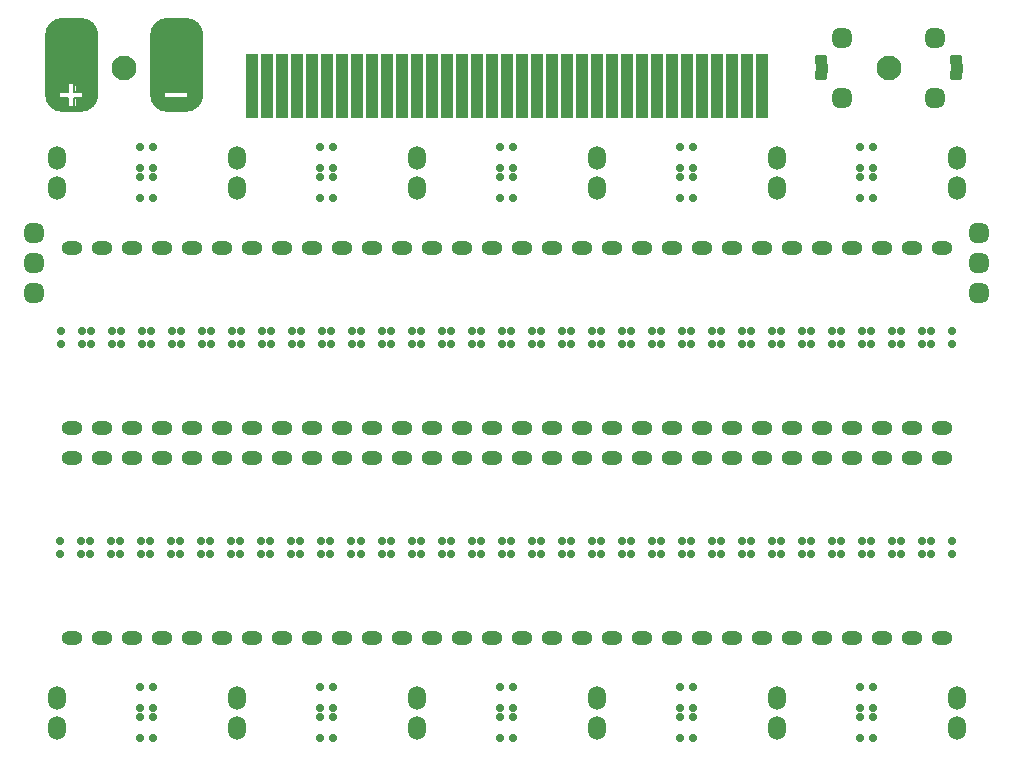
<source format=gts>
G04 #@! TF.GenerationSoftware,KiCad,Pcbnew,7.0.7*
G04 #@! TF.CreationDate,2024-02-09T16:10:55-08:00*
G04 #@! TF.ProjectId,JumperLuxRev2Breadboard,4a756d70-6572-44c7-9578-526576324272,rev?*
G04 #@! TF.SameCoordinates,Original*
G04 #@! TF.FileFunction,Soldermask,Top*
G04 #@! TF.FilePolarity,Negative*
%FSLAX46Y46*%
G04 Gerber Fmt 4.6, Leading zero omitted, Abs format (unit mm)*
G04 Created by KiCad (PCBNEW 7.0.7) date 2024-02-09 16:10:55*
%MOMM*%
%LPD*%
G01*
G04 APERTURE LIST*
G04 Aperture macros list*
%AMRoundRect*
0 Rectangle with rounded corners*
0 $1 Rounding radius*
0 $2 $3 $4 $5 $6 $7 $8 $9 X,Y pos of 4 corners*
0 Add a 4 corners polygon primitive as box body*
4,1,4,$2,$3,$4,$5,$6,$7,$8,$9,$2,$3,0*
0 Add four circle primitives for the rounded corners*
1,1,$1+$1,$2,$3*
1,1,$1+$1,$4,$5*
1,1,$1+$1,$6,$7*
1,1,$1+$1,$8,$9*
0 Add four rect primitives between the rounded corners*
20,1,$1+$1,$2,$3,$4,$5,0*
20,1,$1+$1,$4,$5,$6,$7,0*
20,1,$1+$1,$6,$7,$8,$9,0*
20,1,$1+$1,$8,$9,$2,$3,0*%
%AMFreePoly0*
4,1,22,0.508000,0.150000,1.300000,0.150000,1.375000,0.129904,1.429904,0.075000,1.450000,0.000000,1.429904,-0.075000,1.375000,-0.129904,1.300000,-0.150000,0.508000,-0.150000,0.508000,-0.508000,0.000000,-0.508000,-0.097202,-0.488665,-0.179605,-0.433605,-0.234665,-0.351202,-0.254000,-0.254000,-0.254000,0.254000,-0.234665,0.351202,-0.179605,0.433605,-0.097202,0.488665,0.000000,0.508000,
0.508000,0.508000,0.508000,0.150000,0.508000,0.150000,$1*%
%AMFreePoly1*
4,1,13,0.508000,-0.508000,0.000000,-0.508000,-0.097202,-0.488665,-0.179605,-0.433605,-0.234665,-0.351202,-0.254000,-0.254000,-0.254000,0.254000,-0.234665,0.351202,-0.179605,0.433605,-0.097202,0.488665,0.000000,0.508000,0.508000,0.508000,0.508000,-0.508000,0.508000,-0.508000,$1*%
G04 Aperture macros list end*
%ADD10C,0.012700*%
%ADD11C,0.300000*%
%ADD12C,0.200000*%
%ADD13C,0.120000*%
%ADD14C,0.010000*%
%ADD15RoundRect,0.150000X0.150000X0.200000X-0.150000X0.200000X-0.150000X-0.200000X0.150000X-0.200000X0*%
%ADD16RoundRect,0.150000X-0.200000X0.150000X-0.200000X-0.150000X0.200000X-0.150000X0.200000X0.150000X0*%
%ADD17RoundRect,0.595000X0.255000X-0.255000X0.255000X0.255000X-0.255000X0.255000X-0.255000X-0.255000X0*%
%ADD18FreePoly0,90.000000*%
%ADD19FreePoly1,270.000000*%
%ADD20C,4.000000*%
%ADD21RoundRect,0.595000X-0.255000X-0.255000X0.255000X-0.255000X0.255000X0.255000X-0.255000X0.255000X0*%
%ADD22FreePoly0,270.000000*%
%ADD23FreePoly1,90.000000*%
%ADD24RoundRect,0.100000X-0.400000X-2.650000X0.400000X-2.650000X0.400000X2.650000X-0.400000X2.650000X0*%
%ADD25C,2.100000*%
%ADD26O,1.800000X1.200000*%
%ADD27O,1.500000X2.000000*%
G04 APERTURE END LIST*
D10*
G04 #@! TO.C,JP1*
X129679700Y-128600200D02*
X130619500Y-128600200D01*
X130619500Y-128600200D02*
X130619500Y-127939800D01*
X130619500Y-127939800D02*
X129679700Y-127939800D01*
X129679700Y-127939800D02*
X129679700Y-128600200D01*
G36*
X129679700Y-128600200D02*
G01*
X130619500Y-128600200D01*
X130619500Y-127939800D01*
X129679700Y-127939800D01*
X129679700Y-128600200D01*
G37*
D11*
G04 #@! TO.C,TP24*
X64593587Y-125476000D02*
X64593587Y-130556000D01*
D12*
X65609586Y-130302000D02*
X65609586Y-130810000D01*
X65609586Y-130810000D02*
X66371586Y-130810000D01*
D11*
X65863587Y-124206000D02*
X67486414Y-124206000D01*
D12*
X66371586Y-129540000D02*
X66371586Y-130302000D01*
X66371586Y-130302000D02*
X65711186Y-130302000D01*
X66371586Y-130810000D02*
X66371586Y-131572000D01*
X66371586Y-131572000D02*
X66879586Y-131572000D01*
X66879586Y-129540000D02*
X66371586Y-129540000D01*
X66879586Y-129540000D02*
X66879586Y-130302000D01*
X66879586Y-130302000D02*
X67641586Y-130302000D01*
X66879586Y-130810000D02*
X67641586Y-130810000D01*
X66879586Y-131572000D02*
X66879586Y-130810000D01*
D11*
X67486414Y-131826000D02*
X65863587Y-131826000D01*
D12*
X67641586Y-130302000D02*
X67641586Y-130810000D01*
D11*
X68756414Y-125476000D02*
X68756414Y-130556000D01*
X65863587Y-124206000D02*
G75*
G03*
X64593587Y-125476000I-1J-1269999D01*
G01*
X64593587Y-130556000D02*
G75*
G03*
X65863587Y-131826000I1269999J-1D01*
G01*
X68756416Y-125476000D02*
G75*
G03*
X67486414Y-124206000I-1270000J0D01*
G01*
X67486414Y-131826000D02*
G75*
G03*
X68756414Y-130556000I-2J1270002D01*
G01*
D13*
X66244586Y-130175000D02*
X65736586Y-130175000D01*
X66244586Y-129667000D01*
X66244586Y-130175000D01*
G36*
X66244586Y-130175000D02*
G01*
X65736586Y-130175000D01*
X66244586Y-129667000D01*
X66244586Y-130175000D01*
G37*
X66244586Y-131445000D02*
X65736586Y-130937000D01*
X66244586Y-130937000D01*
X66244586Y-131445000D01*
G36*
X66244586Y-131445000D02*
G01*
X65736586Y-130937000D01*
X66244586Y-130937000D01*
X66244586Y-131445000D01*
G37*
X67514586Y-130175000D02*
X67006586Y-130175000D01*
X67006586Y-129794000D01*
X67514586Y-130175000D01*
G36*
X67514586Y-130175000D02*
G01*
X67006586Y-130175000D01*
X67006586Y-129794000D01*
X67514586Y-130175000D01*
G37*
X67006586Y-131445000D02*
X67006586Y-130937000D01*
X67641586Y-130937000D01*
X67006586Y-131445000D01*
G36*
X67006586Y-131445000D02*
G01*
X67006586Y-130937000D01*
X67641586Y-130937000D01*
X67006586Y-131445000D01*
G37*
X67641586Y-130302000D02*
X67514586Y-130175000D01*
X67641586Y-130048000D01*
X67641586Y-130302000D01*
G36*
X67641586Y-130302000D02*
G01*
X67514586Y-130175000D01*
X67641586Y-130048000D01*
X67641586Y-130302000D01*
G37*
D14*
X66879586Y-124714000D02*
X66117586Y-124714000D01*
X65101586Y-125730000D01*
X65101586Y-127254000D01*
X66117586Y-128270000D01*
X66879586Y-128270000D01*
X66879586Y-129540000D01*
X66470414Y-129540000D01*
X65609586Y-130302000D01*
X65609586Y-130810000D01*
X66371585Y-131572000D01*
X66879586Y-131572000D01*
X66879586Y-131826000D01*
X65863586Y-131826000D01*
X64965560Y-131454026D01*
X64593586Y-130556000D01*
X64593586Y-125476000D01*
X64965560Y-124577974D01*
X65863586Y-124206000D01*
X66879586Y-124206000D01*
X66879586Y-124714000D01*
G36*
X66879586Y-124714000D02*
G01*
X66117586Y-124714000D01*
X65101586Y-125730000D01*
X65101586Y-127254000D01*
X66117586Y-128270000D01*
X66879586Y-128270000D01*
X66879586Y-129540000D01*
X66470414Y-129540000D01*
X65609586Y-130302000D01*
X65609586Y-130810000D01*
X66371585Y-131572000D01*
X66879586Y-131572000D01*
X66879586Y-131826000D01*
X65863586Y-131826000D01*
X64965560Y-131454026D01*
X64593586Y-130556000D01*
X64593586Y-125476000D01*
X64965560Y-124577974D01*
X65863586Y-124206000D01*
X66879586Y-124206000D01*
X66879586Y-124714000D01*
G37*
X68384440Y-124577974D02*
X68756414Y-125476000D01*
X68756414Y-130556000D01*
X68384440Y-131454026D01*
X67486414Y-131826000D01*
X66470414Y-131826000D01*
X66470414Y-131572000D01*
X66879586Y-131572000D01*
X67740414Y-130810000D01*
X67740414Y-130302000D01*
X66724414Y-129540000D01*
X66470414Y-129540000D01*
X66470414Y-128270000D01*
X67232414Y-128270000D01*
X68248414Y-127254000D01*
X68248414Y-125730000D01*
X67232414Y-124714000D01*
X66470414Y-124714000D01*
X66470414Y-124206000D01*
X67486414Y-124206000D01*
X68384440Y-124577974D01*
G36*
X68384440Y-124577974D02*
G01*
X68756414Y-125476000D01*
X68756414Y-130556000D01*
X68384440Y-131454026D01*
X67486414Y-131826000D01*
X66470414Y-131826000D01*
X66470414Y-131572000D01*
X66879586Y-131572000D01*
X67740414Y-130810000D01*
X67740414Y-130302000D01*
X66724414Y-129540000D01*
X66470414Y-129540000D01*
X66470414Y-128270000D01*
X67232414Y-128270000D01*
X68248414Y-127254000D01*
X68248414Y-125730000D01*
X67232414Y-124714000D01*
X66470414Y-124714000D01*
X66470414Y-124206000D01*
X67486414Y-124206000D01*
X68384440Y-124577974D01*
G37*
D10*
G04 #@! TO.C,JP2*
X142049500Y-127939800D02*
X141109700Y-127939800D01*
X141109700Y-127939800D02*
X141109700Y-128600200D01*
X141109700Y-128600200D02*
X142049500Y-128600200D01*
X142049500Y-128600200D02*
X142049500Y-127939800D01*
G36*
X142049500Y-127939800D02*
G01*
X141109700Y-127939800D01*
X141109700Y-128600200D01*
X142049500Y-128600200D01*
X142049500Y-127939800D01*
G37*
D11*
G04 #@! TO.C,TP26*
X73483587Y-125476000D02*
X73483587Y-130556000D01*
D12*
X74499586Y-130302000D02*
X74499586Y-130810000D01*
X74499586Y-130810000D02*
X75515587Y-130810000D01*
D11*
X74753587Y-124206000D02*
X76376414Y-124206000D01*
D12*
X75261586Y-129540000D02*
X75261586Y-130302000D01*
X75261586Y-130810000D02*
X75261586Y-131572000D01*
X75261586Y-130810000D02*
X75769586Y-130810000D01*
X75515587Y-130302000D02*
X74601186Y-130302000D01*
X75769586Y-129540000D02*
X75769586Y-130302000D01*
X75769586Y-130302000D02*
X75261586Y-130302000D01*
X75769586Y-130302000D02*
X76531586Y-130302000D01*
X75769586Y-130810000D02*
X76531586Y-130810000D01*
X75769586Y-131572000D02*
X75769586Y-130810000D01*
D11*
X76376414Y-131826000D02*
X74753587Y-131826000D01*
D12*
X76531586Y-130302000D02*
X76531586Y-130810000D01*
D11*
X77646414Y-125476000D02*
X77646414Y-130556000D01*
X74753587Y-124206000D02*
G75*
G03*
X73483587Y-125476000I-1J-1269999D01*
G01*
X73483587Y-130556000D02*
G75*
G03*
X74753587Y-131826000I1269999J-1D01*
G01*
X77646416Y-125476000D02*
G75*
G03*
X76376414Y-124206000I-1270000J0D01*
G01*
X76376414Y-131826000D02*
G75*
G03*
X77646414Y-130556000I-2J1270002D01*
G01*
D14*
X75769587Y-124714000D02*
X75007587Y-124714000D01*
X73991587Y-125730000D01*
X73991587Y-127254000D01*
X75007587Y-128270000D01*
X75769587Y-128270000D01*
X75769587Y-130302000D01*
X75515587Y-130302000D01*
X74499587Y-130302000D01*
X74499587Y-130810000D01*
X75515587Y-130810000D01*
X75769587Y-130810000D01*
X75769587Y-131826000D01*
X74753587Y-131826000D01*
X73855561Y-131454026D01*
X73483587Y-130556000D01*
X73483587Y-125476000D01*
X73855561Y-124577974D01*
X74753587Y-124206000D01*
X75769587Y-124206000D01*
X75769587Y-124714000D01*
G36*
X75769587Y-124714000D02*
G01*
X75007587Y-124714000D01*
X73991587Y-125730000D01*
X73991587Y-127254000D01*
X75007587Y-128270000D01*
X75769587Y-128270000D01*
X75769587Y-130302000D01*
X75515587Y-130302000D01*
X74499587Y-130302000D01*
X74499587Y-130810000D01*
X75515587Y-130810000D01*
X75769587Y-130810000D01*
X75769587Y-131826000D01*
X74753587Y-131826000D01*
X73855561Y-131454026D01*
X73483587Y-130556000D01*
X73483587Y-125476000D01*
X73855561Y-124577974D01*
X74753587Y-124206000D01*
X75769587Y-124206000D01*
X75769587Y-124714000D01*
G37*
X77274440Y-124577974D02*
X77646414Y-125476000D01*
X77646414Y-130556000D01*
X77274440Y-131454026D01*
X76376414Y-131826000D01*
X75360414Y-131826000D01*
X75360414Y-130810000D01*
X75614414Y-130810000D01*
X76630414Y-130810000D01*
X76630414Y-130302000D01*
X75614414Y-130302000D01*
X75360414Y-130302000D01*
X75360414Y-128270000D01*
X76122414Y-128270000D01*
X77138414Y-127254000D01*
X77138414Y-125730000D01*
X76122414Y-124714000D01*
X75360414Y-124714000D01*
X75360414Y-124206000D01*
X76376414Y-124206000D01*
X77274440Y-124577974D01*
G36*
X77274440Y-124577974D02*
G01*
X77646414Y-125476000D01*
X77646414Y-130556000D01*
X77274440Y-131454026D01*
X76376414Y-131826000D01*
X75360414Y-131826000D01*
X75360414Y-130810000D01*
X75614414Y-130810000D01*
X76630414Y-130810000D01*
X76630414Y-130302000D01*
X75614414Y-130302000D01*
X75360414Y-130302000D01*
X75360414Y-128270000D01*
X76122414Y-128270000D01*
X77138414Y-127254000D01*
X77138414Y-125730000D01*
X76122414Y-124714000D01*
X75360414Y-124714000D01*
X75360414Y-124206000D01*
X76376414Y-124206000D01*
X77274440Y-124577974D01*
G37*
G04 #@! TD*
D15*
G04 #@! TO.C,D45*
X103082000Y-169460600D03*
X103082000Y-168360600D03*
X101304000Y-168360600D03*
X101304000Y-169460600D03*
G04 #@! TD*
D16*
G04 #@! TO.C,D71*
X134535000Y-183261000D03*
X133435000Y-183261000D03*
X133435000Y-185039000D03*
X134535000Y-185039000D03*
G04 #@! TD*
G04 #@! TO.C,D89*
X134535000Y-135001000D03*
X133435000Y-135001000D03*
X133435000Y-136779000D03*
X134535000Y-136779000D03*
G04 #@! TD*
D15*
G04 #@! TO.C,D32*
X70045400Y-169458800D03*
X70045400Y-168358800D03*
X68267400Y-168358800D03*
X68267400Y-169458800D03*
G04 #@! TD*
D16*
G04 #@! TO.C,D77*
X88815000Y-180721000D03*
X87715000Y-180721000D03*
X87715000Y-182499000D03*
X88815000Y-182499000D03*
G04 #@! TD*
D17*
G04 #@! TO.C,TP25*
X131927600Y-125730000D03*
G04 #@! TD*
D15*
G04 #@! TO.C,D40*
X90365400Y-169458800D03*
X90365400Y-168358800D03*
X88587400Y-168358800D03*
X88587400Y-169458800D03*
G04 #@! TD*
D16*
G04 #@! TO.C,D83*
X88815000Y-137541000D03*
X87715000Y-137541000D03*
X87715000Y-139319000D03*
X88815000Y-139319000D03*
G04 #@! TD*
D18*
G04 #@! TO.C,JP1*
X130149600Y-129082800D03*
D19*
X130149600Y-127457200D03*
G04 #@! TD*
D15*
G04 #@! TO.C,D44*
X100542000Y-169460600D03*
X100542000Y-168360600D03*
X98764000Y-168360600D03*
X98764000Y-169460600D03*
G04 #@! TD*
D16*
G04 #@! TO.C,D84*
X88815000Y-135001000D03*
X87715000Y-135001000D03*
X87715000Y-136779000D03*
X88815000Y-136779000D03*
G04 #@! TD*
D20*
G04 #@! TO.C,TP24*
X66625586Y-126492000D03*
G04 #@! TD*
D15*
G04 #@! TO.C,D56*
X131046400Y-169459400D03*
X131046400Y-168359400D03*
X129268400Y-168359400D03*
X129268400Y-169459400D03*
G04 #@! TD*
G04 #@! TO.C,D13*
X98051800Y-151680600D03*
X98051800Y-150580600D03*
X96273800Y-150580600D03*
X96273800Y-151680600D03*
G04 #@! TD*
G04 #@! TO.C,D27*
X133619600Y-151679400D03*
X133619600Y-150579400D03*
X131841600Y-150579400D03*
X131841600Y-151679400D03*
G04 #@! TD*
G04 #@! TO.C,D4*
X75175200Y-151680000D03*
X75175200Y-150580000D03*
X73397200Y-150580000D03*
X73397200Y-151680000D03*
G04 #@! TD*
G04 #@! TO.C,D2*
X70095200Y-151680000D03*
X70095200Y-150580000D03*
X68317200Y-150580000D03*
X68317200Y-151680000D03*
G04 #@! TD*
G04 #@! TO.C,D16*
X105671800Y-151680600D03*
X105671800Y-150580600D03*
X103893800Y-150580600D03*
X103893800Y-151680600D03*
G04 #@! TD*
G04 #@! TO.C,D55*
X128506400Y-169459400D03*
X128506400Y-168359400D03*
X126728400Y-168359400D03*
X126728400Y-169459400D03*
G04 #@! TD*
D16*
G04 #@! TO.C,D82*
X73575000Y-137541000D03*
X72475000Y-137541000D03*
X72475000Y-139319000D03*
X73575000Y-139319000D03*
G04 #@! TD*
G04 #@! TO.C,D78*
X88815000Y-183261000D03*
X87715000Y-183261000D03*
X87715000Y-185039000D03*
X88815000Y-185039000D03*
G04 #@! TD*
G04 #@! TO.C,D86*
X104055000Y-137541000D03*
X102955000Y-137541000D03*
X102955000Y-139319000D03*
X104055000Y-139319000D03*
G04 #@! TD*
G04 #@! TO.C,D76*
X104055000Y-180721000D03*
X102955000Y-180721000D03*
X102955000Y-182499000D03*
X104055000Y-182499000D03*
G04 #@! TD*
D15*
G04 #@! TO.C,D54*
X125966400Y-169459400D03*
X125966400Y-168359400D03*
X124188400Y-168359400D03*
X124188400Y-169459400D03*
G04 #@! TD*
G04 #@! TO.C,D31*
X67497600Y-169458800D03*
X67497600Y-168358800D03*
X65719600Y-168358800D03*
X65719600Y-169458800D03*
G04 #@! TD*
G04 #@! TO.C,D23*
X123459600Y-151679400D03*
X123459600Y-150579400D03*
X121681600Y-150579400D03*
X121681600Y-151679400D03*
G04 #@! TD*
G04 #@! TO.C,D38*
X85285400Y-169458800D03*
X85285400Y-168358800D03*
X83507400Y-168358800D03*
X83507400Y-169458800D03*
G04 #@! TD*
D21*
G04 #@! TO.C,TP16*
X63500000Y-144780000D03*
G04 #@! TD*
D15*
G04 #@! TO.C,D43*
X98002000Y-169460600D03*
X98002000Y-168360600D03*
X96224000Y-168360600D03*
X96224000Y-169460600D03*
G04 #@! TD*
D16*
G04 #@! TO.C,D90*
X134535000Y-137541000D03*
X133435000Y-137541000D03*
X133435000Y-139319000D03*
X134535000Y-139319000D03*
G04 #@! TD*
D15*
G04 #@! TO.C,D29*
X138699600Y-151679400D03*
X138699600Y-150579400D03*
X136921600Y-150579400D03*
X136921600Y-151679400D03*
G04 #@! TD*
D16*
G04 #@! TO.C,D80*
X73574400Y-180721000D03*
X72474400Y-180721000D03*
X72474400Y-182499000D03*
X73574400Y-182499000D03*
G04 #@! TD*
D22*
G04 #@! TO.C,JP2*
X141579600Y-127457200D03*
D23*
X141579600Y-129082800D03*
G04 #@! TD*
D15*
G04 #@! TO.C,D34*
X75125400Y-169458800D03*
X75125400Y-168358800D03*
X73347400Y-168358800D03*
X73347400Y-169458800D03*
G04 #@! TD*
G04 #@! TO.C,D37*
X82745400Y-169458800D03*
X82745400Y-168358800D03*
X80967400Y-168358800D03*
X80967400Y-169458800D03*
G04 #@! TD*
D24*
G04 #@! TO.C,J1*
X85725000Y-129794000D03*
X86995000Y-129794000D03*
X88265000Y-129794000D03*
X89535000Y-129794000D03*
X90805000Y-129794000D03*
X92075000Y-129794000D03*
X93345000Y-129794000D03*
X94615000Y-129794000D03*
X95885000Y-129794000D03*
X97155000Y-129794000D03*
X98425000Y-129794000D03*
X99695000Y-129794000D03*
X100965000Y-129794000D03*
X102235000Y-129794000D03*
X103505000Y-129794000D03*
X104775000Y-129794000D03*
X106045000Y-129794000D03*
X107315000Y-129794000D03*
X108585000Y-129794000D03*
X109855000Y-129794000D03*
X111125000Y-129794000D03*
X112395000Y-129794000D03*
X113665000Y-129794000D03*
X114935000Y-129794000D03*
X116205000Y-129794000D03*
X117475000Y-129794000D03*
X118745000Y-129794000D03*
X120015000Y-129794000D03*
X121285000Y-129794000D03*
X122555000Y-129794000D03*
X123825000Y-129794000D03*
X125095000Y-129794000D03*
X81915000Y-129794000D03*
X83185000Y-129794000D03*
X84455000Y-129794000D03*
G04 #@! TD*
D20*
G04 #@! TO.C,TP26*
X75515586Y-126492000D03*
G04 #@! TD*
D16*
G04 #@! TO.C,D87*
X119295000Y-137541000D03*
X118195000Y-137541000D03*
X118195000Y-139319000D03*
X119295000Y-139319000D03*
G04 #@! TD*
D17*
G04 #@! TO.C,TP31*
X139801600Y-130810000D03*
G04 #@! TD*
D15*
G04 #@! TO.C,D14*
X100591800Y-151680600D03*
X100591800Y-150580600D03*
X98813800Y-150580600D03*
X98813800Y-151680600D03*
G04 #@! TD*
D16*
G04 #@! TO.C,D85*
X104055000Y-135001000D03*
X102955000Y-135001000D03*
X102955000Y-136779000D03*
X104055000Y-136779000D03*
G04 #@! TD*
D21*
G04 #@! TO.C,TP21*
X63500000Y-147320000D03*
G04 #@! TD*
D15*
G04 #@! TO.C,D11*
X92964000Y-151680600D03*
X92964000Y-150580600D03*
X91186000Y-150580600D03*
X91186000Y-151680600D03*
G04 #@! TD*
G04 #@! TO.C,D20*
X115831800Y-151680600D03*
X115831800Y-150580600D03*
X114053800Y-150580600D03*
X114053800Y-151680600D03*
G04 #@! TD*
G04 #@! TO.C,D26*
X131079600Y-151679400D03*
X131079600Y-150579400D03*
X129301600Y-150579400D03*
X129301600Y-151679400D03*
G04 #@! TD*
D17*
G04 #@! TO.C,TP27*
X139801600Y-125730000D03*
G04 #@! TD*
D15*
G04 #@! TO.C,D15*
X103131800Y-151680600D03*
X103131800Y-150580600D03*
X101353800Y-150580600D03*
X101353800Y-151680600D03*
G04 #@! TD*
D16*
G04 #@! TO.C,D88*
X119295000Y-135001000D03*
X118195000Y-135001000D03*
X118195000Y-136779000D03*
X119295000Y-136779000D03*
G04 #@! TD*
D15*
G04 #@! TO.C,D60*
X141206400Y-169459400D03*
X141206400Y-168359400D03*
X139428400Y-168359400D03*
X139428400Y-169459400D03*
G04 #@! TD*
G04 #@! TO.C,D17*
X108211800Y-151680600D03*
X108211800Y-150580600D03*
X106433800Y-150580600D03*
X106433800Y-151680600D03*
G04 #@! TD*
G04 #@! TO.C,D48*
X110702000Y-169460600D03*
X110702000Y-168360600D03*
X108924000Y-168360600D03*
X108924000Y-169460600D03*
G04 #@! TD*
G04 #@! TO.C,D19*
X113291800Y-151680600D03*
X113291800Y-150580600D03*
X111513800Y-150580600D03*
X111513800Y-151680600D03*
G04 #@! TD*
D16*
G04 #@! TO.C,D79*
X73575000Y-183261000D03*
X72475000Y-183261000D03*
X72475000Y-185039000D03*
X73575000Y-185039000D03*
G04 #@! TD*
D15*
G04 #@! TO.C,D39*
X87825400Y-169458800D03*
X87825400Y-168358800D03*
X86047400Y-168358800D03*
X86047400Y-169458800D03*
G04 #@! TD*
G04 #@! TO.C,D53*
X123426400Y-169459400D03*
X123426400Y-168359400D03*
X121648400Y-168359400D03*
X121648400Y-169459400D03*
G04 #@! TD*
G04 #@! TO.C,D46*
X105622000Y-169460600D03*
X105622000Y-168360600D03*
X103844000Y-168360600D03*
X103844000Y-169460600D03*
G04 #@! TD*
G04 #@! TO.C,D36*
X80205400Y-169458800D03*
X80205400Y-168358800D03*
X78427400Y-168358800D03*
X78427400Y-169458800D03*
G04 #@! TD*
G04 #@! TO.C,D28*
X136159600Y-151679400D03*
X136159600Y-150579400D03*
X134381600Y-150579400D03*
X134381600Y-151679400D03*
G04 #@! TD*
G04 #@! TO.C,D33*
X72585400Y-169458800D03*
X72585400Y-168358800D03*
X70807400Y-168358800D03*
X70807400Y-169458800D03*
G04 #@! TD*
G04 #@! TO.C,D50*
X115789800Y-169460600D03*
X115789800Y-168360600D03*
X114011800Y-168360600D03*
X114011800Y-169460600D03*
G04 #@! TD*
G04 #@! TO.C,D25*
X128539600Y-151679400D03*
X128539600Y-150579400D03*
X126761600Y-150579400D03*
X126761600Y-151679400D03*
G04 #@! TD*
G04 #@! TO.C,D52*
X120886400Y-169459400D03*
X120886400Y-168359400D03*
X119108400Y-168359400D03*
X119108400Y-169459400D03*
G04 #@! TD*
G04 #@! TO.C,D7*
X82795200Y-151680000D03*
X82795200Y-150580000D03*
X81017200Y-150580000D03*
X81017200Y-151680000D03*
G04 #@! TD*
G04 #@! TO.C,D58*
X136126400Y-169459400D03*
X136126400Y-168359400D03*
X134348400Y-168359400D03*
X134348400Y-169459400D03*
G04 #@! TD*
D25*
G04 #@! TO.C,REF\u002A\u002A*
X135864600Y-128270000D03*
G04 #@! TD*
D21*
G04 #@! TO.C,TP23*
X143510000Y-142240000D03*
G04 #@! TD*
D15*
G04 #@! TO.C,D18*
X110751800Y-151680600D03*
X110751800Y-150580600D03*
X108973800Y-150580600D03*
X108973800Y-151680600D03*
G04 #@! TD*
D16*
G04 #@! TO.C,D73*
X119295000Y-180721000D03*
X118195000Y-180721000D03*
X118195000Y-182499000D03*
X119295000Y-182499000D03*
G04 #@! TD*
D15*
G04 #@! TO.C,D30*
X141239600Y-151679400D03*
X141239600Y-150579400D03*
X139461600Y-150579400D03*
X139461600Y-151679400D03*
G04 #@! TD*
G04 #@! TO.C,D3*
X72635200Y-151680000D03*
X72635200Y-150580000D03*
X70857200Y-150580000D03*
X70857200Y-151680000D03*
G04 #@! TD*
G04 #@! TO.C,D9*
X87875200Y-151680000D03*
X87875200Y-150580000D03*
X86097200Y-150580000D03*
X86097200Y-151680000D03*
G04 #@! TD*
G04 #@! TO.C,D12*
X95511800Y-151680600D03*
X95511800Y-150580600D03*
X93733800Y-150580600D03*
X93733800Y-151680600D03*
G04 #@! TD*
D16*
G04 #@! TO.C,D81*
X73575000Y-135001000D03*
X72475000Y-135001000D03*
X72475000Y-136779000D03*
X73575000Y-136779000D03*
G04 #@! TD*
D15*
G04 #@! TO.C,D21*
X118371800Y-151679400D03*
X118371800Y-150579400D03*
X116593800Y-150579400D03*
X116593800Y-151679400D03*
G04 #@! TD*
G04 #@! TO.C,D51*
X118338600Y-169459400D03*
X118338600Y-168359400D03*
X116560600Y-168359400D03*
X116560600Y-169459400D03*
G04 #@! TD*
G04 #@! TO.C,D1*
X67555200Y-151680000D03*
X67555200Y-150580000D03*
X65777200Y-150580000D03*
X65777200Y-151680000D03*
G04 #@! TD*
G04 #@! TO.C,D59*
X138666400Y-169459400D03*
X138666400Y-168359400D03*
X136888400Y-168359400D03*
X136888400Y-169459400D03*
G04 #@! TD*
D17*
G04 #@! TO.C,TP29*
X131927600Y-130810000D03*
G04 #@! TD*
D26*
G04 #@! TO.C,J11*
X66675000Y-143510000D03*
X66675000Y-158750000D03*
X69215000Y-143510000D03*
X69215000Y-158750000D03*
X71755000Y-143510000D03*
X71755000Y-158750000D03*
X74295000Y-143510000D03*
X74295000Y-158750000D03*
X76835000Y-143510000D03*
X76835000Y-158750000D03*
X79375000Y-143510000D03*
X79375000Y-158750000D03*
X81915000Y-143510000D03*
X81915000Y-158750000D03*
X84455000Y-143510000D03*
X84455000Y-158750000D03*
X86995000Y-143510000D03*
X86995000Y-158750000D03*
X89535000Y-143510000D03*
X89535000Y-158750000D03*
X92075000Y-143510000D03*
X92075000Y-158750000D03*
X94615000Y-143510000D03*
X94615000Y-158750000D03*
X97155000Y-143510000D03*
X97155000Y-158750000D03*
X99695000Y-143510000D03*
X99695000Y-158750000D03*
X102235000Y-143510000D03*
X102235000Y-158750000D03*
X104775000Y-143510000D03*
X104775000Y-158750000D03*
X107315000Y-143510000D03*
X107315000Y-158750000D03*
X109855000Y-143510000D03*
X109855000Y-158750000D03*
X112395000Y-143510000D03*
X112395000Y-158750000D03*
X114935000Y-143510000D03*
X114935000Y-158750000D03*
X117475000Y-143510000D03*
X117475000Y-158750000D03*
X120015000Y-143510000D03*
X120015000Y-158750000D03*
X122555000Y-143510000D03*
X122555000Y-158750000D03*
X125095000Y-143510000D03*
X125095000Y-158750000D03*
X127635000Y-143510000D03*
X127635000Y-158750000D03*
X130175000Y-143510000D03*
X130175000Y-158750000D03*
X132715000Y-143510000D03*
X132715000Y-158750000D03*
X135255000Y-143510000D03*
X135255000Y-158750000D03*
X137795000Y-143510000D03*
X137795000Y-158750000D03*
X140335000Y-143510000D03*
X140335000Y-158750000D03*
X66675000Y-161290000D03*
X66675000Y-176530000D03*
X69215000Y-161290000D03*
X69215000Y-176530000D03*
X71755000Y-161290000D03*
X71755000Y-176530000D03*
X74295000Y-161290000D03*
X74295000Y-176530000D03*
X76835000Y-161290000D03*
X76835000Y-176530000D03*
X79375000Y-161290000D03*
X79375000Y-176530000D03*
X81915000Y-161290000D03*
X81915000Y-176530000D03*
X84455000Y-161290000D03*
X84455000Y-176530000D03*
X86995000Y-161290000D03*
X86995000Y-176530000D03*
X89535000Y-161290000D03*
X89535000Y-176530000D03*
X92075000Y-161290000D03*
X92075000Y-176530000D03*
X94615000Y-161290000D03*
X94615000Y-176530000D03*
X97155000Y-161290000D03*
X97155000Y-176530000D03*
X99695000Y-161290000D03*
X99695000Y-176530000D03*
X102235000Y-161290000D03*
X102235000Y-176530000D03*
X104775000Y-161290000D03*
X104775000Y-176530000D03*
X107315000Y-161290000D03*
X107315000Y-176530000D03*
X109855000Y-161290000D03*
X109855000Y-176530000D03*
X112395000Y-161290000D03*
X112395000Y-176530000D03*
X114935000Y-161290000D03*
X114935000Y-176530000D03*
X117475000Y-161290000D03*
X117475000Y-176530000D03*
X120015000Y-161290000D03*
X120015000Y-176530000D03*
X122555000Y-161290000D03*
X122555000Y-176530000D03*
X125095000Y-161290000D03*
X125095000Y-176530000D03*
X127635000Y-161290000D03*
X127635000Y-176530000D03*
X130175000Y-161290000D03*
X130175000Y-176530000D03*
X132715000Y-161290000D03*
X132715000Y-176530000D03*
X135255000Y-161290000D03*
X135255000Y-176530000D03*
X137795000Y-161290000D03*
X137795000Y-176530000D03*
X140335000Y-161290000D03*
X140335000Y-176530000D03*
D27*
X65405000Y-135890000D03*
X80645000Y-135890000D03*
X95885000Y-135890000D03*
X111125000Y-135890000D03*
X126365000Y-135890000D03*
X141605000Y-135890000D03*
X65405000Y-138430000D03*
X80645000Y-138430000D03*
X95885000Y-138430000D03*
X111125000Y-138430000D03*
X126365000Y-138430000D03*
X141605000Y-138430000D03*
X65405000Y-181610000D03*
X80645000Y-181610000D03*
X95885000Y-181622700D03*
X111125000Y-181610000D03*
X126365000Y-181610000D03*
X141605000Y-181610000D03*
X65405000Y-184150000D03*
X80645000Y-184150000D03*
X95885000Y-184150000D03*
X111125000Y-184150000D03*
X126365000Y-184150000D03*
X141605000Y-184150000D03*
G04 #@! TD*
D15*
G04 #@! TO.C,D8*
X85335200Y-151680000D03*
X85335200Y-150580000D03*
X83557200Y-150580000D03*
X83557200Y-151680000D03*
G04 #@! TD*
D21*
G04 #@! TO.C,TP22*
X143510000Y-147320000D03*
G04 #@! TD*
D15*
G04 #@! TO.C,D35*
X77665400Y-169458800D03*
X77665400Y-168358800D03*
X75887400Y-168358800D03*
X75887400Y-169458800D03*
G04 #@! TD*
G04 #@! TO.C,D10*
X90415200Y-151680000D03*
X90415200Y-150580000D03*
X88637200Y-150580000D03*
X88637200Y-151680000D03*
G04 #@! TD*
G04 #@! TO.C,D47*
X108162000Y-169460600D03*
X108162000Y-168360600D03*
X106384000Y-168360600D03*
X106384000Y-169460600D03*
G04 #@! TD*
D21*
G04 #@! TO.C,TP15*
X143510000Y-144780000D03*
G04 #@! TD*
D16*
G04 #@! TO.C,D72*
X134535000Y-180721000D03*
X133435000Y-180721000D03*
X133435000Y-182499000D03*
X134535000Y-182499000D03*
G04 #@! TD*
D15*
G04 #@! TO.C,D24*
X125999600Y-151679400D03*
X125999600Y-150579400D03*
X124221600Y-150579400D03*
X124221600Y-151679400D03*
G04 #@! TD*
D16*
G04 #@! TO.C,D74*
X119295000Y-183261000D03*
X118195000Y-183261000D03*
X118195000Y-185039000D03*
X119295000Y-185039000D03*
G04 #@! TD*
D15*
G04 #@! TO.C,D57*
X133586400Y-169459400D03*
X133586400Y-168359400D03*
X131808400Y-168359400D03*
X131808400Y-169459400D03*
G04 #@! TD*
G04 #@! TO.C,D41*
X92913200Y-169459400D03*
X92913200Y-168359400D03*
X91135200Y-168359400D03*
X91135200Y-169459400D03*
G04 #@! TD*
G04 #@! TO.C,D22*
X120919600Y-151679400D03*
X120919600Y-150579400D03*
X119141600Y-150579400D03*
X119141600Y-151679400D03*
G04 #@! TD*
D16*
G04 #@! TO.C,D75*
X104055000Y-183261000D03*
X102955000Y-183261000D03*
X102955000Y-185039000D03*
X104055000Y-185039000D03*
G04 #@! TD*
D25*
G04 #@! TO.C,REF\u002A\u002A*
X71120000Y-128270000D03*
G04 #@! TD*
D15*
G04 #@! TO.C,D6*
X80255200Y-151680000D03*
X80255200Y-150580000D03*
X78477200Y-150580000D03*
X78477200Y-151680000D03*
G04 #@! TD*
G04 #@! TO.C,D49*
X113242000Y-169460600D03*
X113242000Y-168360600D03*
X111464000Y-168360600D03*
X111464000Y-169460600D03*
G04 #@! TD*
G04 #@! TO.C,D42*
X95462000Y-169460600D03*
X95462000Y-168360600D03*
X93684000Y-168360600D03*
X93684000Y-169460600D03*
G04 #@! TD*
G04 #@! TO.C,D5*
X77715200Y-151680000D03*
X77715200Y-150580000D03*
X75937200Y-150580000D03*
X75937200Y-151680000D03*
G04 #@! TD*
D21*
G04 #@! TO.C,TP20*
X63500000Y-142240000D03*
G04 #@! TD*
M02*

</source>
